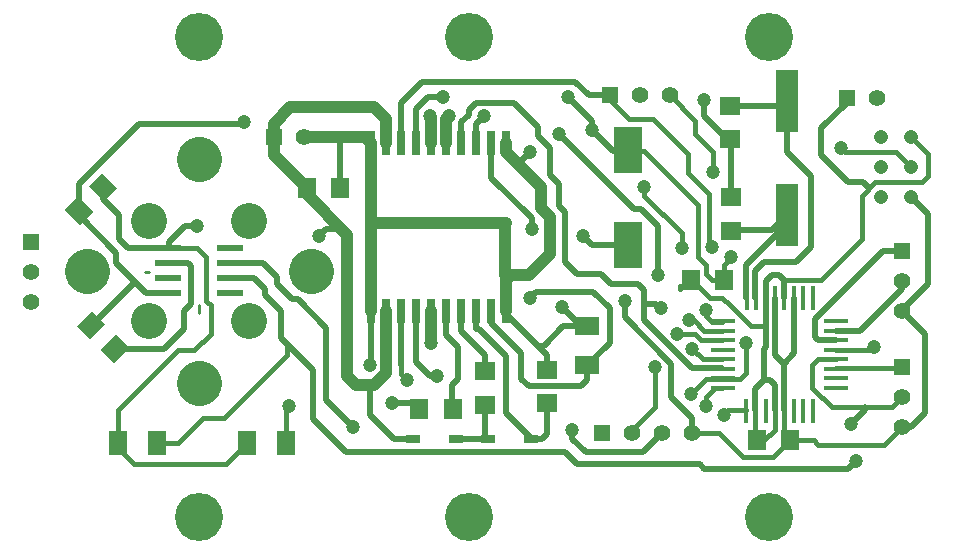
<source format=gtl>
G04 ( created by brdgerber.py ( brdgerber.py v0.1 2014-03-12 ) ) date 2021-04-12 03:42:30 EDT*
G04 Gerber Fmt 3.4, Leading zero omitted, Abs format*
%MOIN*%
%FSLAX34Y34*%
G01*
G70*
G90*
G04 APERTURE LIST*
%ADD29C,0.0059*%
%ADD14C,0.0080*%
%ADD23C,0.0020*%
%ADD15C,0.0060*%
%ADD21R,0.0629X0.0709*%
%ADD25R,0.0472X0.0275*%
%ADD38C,0.1200*%
%ADD28C,0.0000*%
%ADD24C,0.0160*%
%ADD26C,0.0012*%
%ADD31C,0.0047*%
%ADD17R,0.0550X0.0550*%
%ADD12R,0.0866X0.0236*%
%ADD16C,0.0100*%
%ADD35R,0.0800X0.0600*%
%ADD30R,0.0945X0.1575*%
%ADD39R,0.0600X0.0800*%
%ADD13C,0.0050*%
%ADD20C,0.0472*%
%ADD18C,0.0550*%
%ADD22R,0.0260X0.0800*%
%ADD34C,0.1500*%
%ADD27R,0.0709X0.0629*%
%ADD37R,0.0760X0.2100*%
%ADD41C,0.0150*%
%ADD32R,0.0177X0.0787*%
%ADD19C,0.0120*%
%ADD11C,0.0200*%
%ADD10C,0.0400*%
%ADD36C,0.0471*%
%ADD40C,0.1600*%
%ADD33R,0.0787X0.0177*%
G04 APERTURE END LIST*
G54D29*
D10*
G01X13400Y21300D02*
G01X13700Y21000D01*
D11*
G01X15700Y16800D02*
G01X14950Y16050D01*
D11*
G01X15150Y18500D02*
G01X15700Y17950D01*
D11*
G01X14150Y17350D02*
G01X14950Y17350D01*
D11*
G01X04200Y18600D02*
G01X04200Y18400D01*
D11*
G01X14950Y16050D02*
G01X14950Y15550D01*
D11*
G01X13250Y18500D02*
G01X15150Y18500D01*
D12*
X00977Y19450D03*
D12*
X03023Y19450D03*
D12*
X00977Y19950D03*
D12*
X00977Y18950D03*
D12*
X00977Y18450D03*
D12*
X03023Y19950D03*
D12*
X03023Y18950D03*
D12*
X03023Y18450D03*
D11*
G01X13300Y16700D02*
G01X13500Y16700D01*
G36*
G01X-02024Y21678D02*
G01X-02468Y21233D01*
G01X-01967Y20732D01*
G01X-01522Y21176D01*
G01X-02024Y21678D01*
G37*
G36*
G01X-01233Y22468D02*
G01X-01678Y22024D01*
G01X-01176Y21522D01*
G01X-00732Y21967D01*
G01X-01233Y22468D01*
G37*
D11*
G01X12750Y16450D02*
G01X12750Y15600D01*
D11*
G01X21100Y19050D02*
G01X20900Y18850D01*
D16*
G01X02000Y17800D02*
G01X02000Y18050D01*
D16*
G01X00200Y19150D02*
G01X00350Y19150D01*
D11*
G01X20850Y15550D02*
G01X20550Y15250D01*
D17*
X23600Y24950D03*
D18*
X24600Y24950D03*
D11*
G01X-00750Y19450D02*
G01X00250Y18450D01*
D20*
X13100Y20600D03*
D10*
G01X09750Y24300D02*
G01X09750Y23450D01*
D11*
G01X11750Y22300D02*
G01X13100Y20950D01*
D10*
G01X12200Y19050D02*
G01X12300Y18950D01*
D20*
X09700Y24350D03*
D10*
G01X12200Y20800D02*
G01X12200Y19050D01*
D11*
G01X13050Y18300D02*
G01X13250Y18500D01*
D11*
G01X14750Y15350D02*
G01X14150Y15350D01*
D17*
X15450Y13800D03*
D18*
X16450Y13800D03*
D18*
X17450Y13800D03*
D18*
X18450Y13800D03*
D11*
G01X21200Y15400D02*
G01X21050Y15550D01*
D11*
G01X21500Y18300D02*
G01X21500Y18900D01*
D11*
G01X21050Y15550D02*
G01X20850Y15550D01*
D11*
G01X20550Y15250D02*
G01X20550Y14550D01*
G36*
G01X-01122Y17424D02*
G01X-01567Y17868D01*
G01X-02068Y17367D01*
G01X-01624Y16922D01*
G01X-01122Y17424D01*
G37*
G36*
G01X-00332Y16633D02*
G01X-00776Y17078D01*
G01X-01278Y16576D01*
G01X-00833Y16132D01*
G01X-00332Y16633D01*
G37*
D11*
G01X14950Y15550D02*
G01X14750Y15350D01*
D11*
G01X13100Y13600D02*
G01X13450Y13600D01*
D11*
G01X12250Y16350D02*
G01X12250Y14450D01*
D11*
G01X07700Y18800D02*
G01X07750Y18850D01*
D20*
X07700Y16050D03*
D11*
G01X09250Y17850D02*
G01X09250Y16450D01*
D11*
G01X13500Y16700D02*
G01X14150Y17350D01*
D11*
G01X-00750Y19800D02*
G01X-00750Y19450D01*
D10*
G01X09700Y24350D02*
G01X09750Y24300D01*
D11*
G01X12250Y17750D02*
G01X13600Y16400D01*
D11*
G01X13450Y13600D02*
G01X13600Y13750D01*
D11*
G01X15700Y16800D02*
G01X15700Y17950D01*
D11*
G01X11250Y17250D02*
G01X11350Y17250D01*
D11*
G01X09450Y25500D02*
G01X08750Y24800D01*
D21*
X19509Y18900D03*
D21*
X18391Y18900D03*
D11*
G01X08750Y17850D02*
G01X08750Y16050D01*
D11*
G01X13600Y13750D02*
G01X13600Y14800D01*
D11*
G01X11750Y17850D02*
G01X11750Y17450D01*
D11*
G01X11750Y17450D02*
G01X12750Y16450D01*
D17*
X25450Y16000D03*
D18*
X25450Y15000D03*
D18*
X25450Y14000D03*
D11*
G01X11750Y23450D02*
G01X11750Y22300D01*
D11*
G01X13100Y20950D02*
G01X13100Y20600D01*
D11*
G01X21350Y19050D02*
G01X21100Y19050D01*
D17*
X15700Y25050D03*
D18*
X16700Y25050D03*
D18*
X17700Y25050D03*
D11*
G01X21500Y18900D02*
G01X21350Y19050D01*
D22*
X12250Y23450D03*
D22*
X11750Y23450D03*
D22*
X11250Y23450D03*
D22*
X10750Y23450D03*
D22*
X10250Y23450D03*
D22*
X09750Y23450D03*
D22*
X09250Y23450D03*
D22*
X08750Y23450D03*
D22*
X08750Y17850D03*
D22*
X09250Y17850D03*
D22*
X09750Y17850D03*
D22*
X10250Y17850D03*
D22*
X10750Y17850D03*
D22*
X11250Y17850D03*
D22*
X11750Y17850D03*
D22*
X12250Y17850D03*
D22*
X08250Y23450D03*
D22*
X07750Y23450D03*
D22*
X08250Y17850D03*
D22*
X07750Y17850D03*
D21*
X09341Y14600D03*
D21*
X10459Y14600D03*
D25*
X13078Y13600D03*
D25*
X11622Y13600D03*
D11*
G01X08750Y24800D02*
G01X08750Y23450D01*
D17*
X04500Y23650D03*
D18*
X05500Y23650D03*
D27*
X11550Y15859D03*
D27*
X11550Y14741D03*
D27*
X13601Y15909D03*
D27*
X13601Y14791D03*
D21*
X06709Y21950D03*
D21*
X05591Y21950D03*
D17*
X-03600Y20150D03*
D18*
X-03600Y19150D03*
D18*
X-03600Y18150D03*
D25*
X10578Y13600D03*
D25*
X09122Y13600D03*
D11*
G01X14550Y25500D02*
G01X09450Y25500D01*
D20*
X13050Y18300D03*
D11*
G01X20900Y18850D02*
G01X20900Y18300D01*
D11*
G01X13600Y16400D02*
G01X13600Y15900D01*
D10*
G01X09750Y17850D02*
G01X09750Y16800D01*
D11*
G01X-02000Y21050D02*
G01X-00750Y19800D01*
D30*
X16300Y20075D03*
D30*
X16300Y23225D03*
D20*
X09750Y16800D03*
D11*
G01X15700Y25050D02*
G01X15000Y25050D01*
D11*
G01X11250Y23450D02*
G01X11250Y24100D01*
D10*
G01X13000Y19050D02*
G01X12400Y19050D01*
D11*
G01X11350Y17250D02*
G01X12250Y16350D01*
D32*
X20257Y18296D03*
D32*
X20572Y18296D03*
D32*
X20887Y18296D03*
D32*
X21202Y18296D03*
D32*
X21517Y18296D03*
D32*
X21832Y18296D03*
D32*
X22147Y18296D03*
D32*
X22462Y18296D03*
D32*
X22460Y14530D03*
D32*
X20250Y14530D03*
D32*
X20570Y14530D03*
D32*
X20890Y14530D03*
D32*
X21200Y14530D03*
D32*
X21520Y14530D03*
D32*
X21830Y14530D03*
D32*
X22150Y14530D03*
D33*
X23250Y17512D03*
D33*
X23250Y17198D03*
D33*
X23250Y16882D03*
D33*
X23250Y16568D03*
D33*
X23250Y16252D03*
D33*
X23250Y15938D03*
D33*
X23250Y15622D03*
D33*
X23250Y15308D03*
D33*
X19470Y17510D03*
D33*
X19470Y17200D03*
D33*
X19470Y16880D03*
D33*
X19470Y16570D03*
D33*
X19470Y16260D03*
D33*
X19470Y15940D03*
D33*
X19470Y15620D03*
D33*
X19470Y15300D03*
D11*
G01X-01550Y17400D02*
G01X-01600Y17400D01*
D11*
G01X04200Y18400D02*
G01X04750Y17850D01*
D11*
G01X10600Y13600D02*
G01X11600Y13600D01*
D11*
G01X11550Y14750D02*
G01X11550Y13650D01*
D11*
G01X11550Y13650D02*
G01X11600Y13600D01*
D10*
G01X13700Y19750D02*
G01X13000Y19050D01*
D11*
G01X10750Y17850D02*
G01X10750Y17200D01*
D11*
G01X10750Y17200D02*
G01X11550Y16400D01*
D11*
G01X11550Y16400D02*
G01X11550Y15850D01*
D11*
G01X11250Y17850D02*
G01X11250Y17250D01*
D10*
G01X12250Y18900D02*
G01X12250Y17850D01*
D10*
G01X12400Y19050D02*
G01X12250Y18900D01*
D11*
G01X12250Y14450D02*
G01X13100Y13600D01*
D20*
X08450Y14800D03*
D11*
G01X08450Y14800D02*
G01X09150Y14800D01*
D10*
G01X04500Y23050D02*
G01X05600Y21950D01*
D11*
G01X09150Y14800D02*
G01X09350Y14600D01*
D11*
G01X14150Y15350D02*
G01X13000Y15350D01*
D11*
G01X10450Y14600D02*
G01X10450Y15400D01*
D11*
G01X10450Y15400D02*
G01X10650Y15600D01*
D11*
G01X10650Y15600D02*
G01X10650Y16650D01*
D11*
G01X10650Y16650D02*
G01X10250Y17050D01*
D11*
G01X10250Y17050D02*
G01X10250Y17850D01*
D17*
X25450Y19850D03*
D18*
X25450Y18850D03*
D18*
X25450Y17850D03*
D21*
X21709Y13550D03*
D21*
X20591Y13550D03*
D10*
G01X07750Y20800D02*
G01X12250Y20800D01*
D10*
G01X07750Y17850D02*
G01X07750Y23450D01*
D11*
G01X21200Y14550D02*
G01X21200Y15400D01*
D11*
G01X20850Y16600D02*
G01X20850Y15550D01*
D11*
G01X21200Y16400D02*
G01X21500Y16100D01*
D11*
G01X21200Y18300D02*
G01X21200Y16400D01*
D10*
G01X07550Y23650D02*
G01X07750Y23450D01*
D10*
G01X05500Y23650D02*
G01X07550Y23650D01*
D34*
G01X05740Y19200D02*
G01X05740Y19200D01*
D34*
G01X02000Y22940D02*
G01X02000Y22940D01*
D34*
G01X-01740Y19200D02*
G01X-01740Y19200D01*
D34*
G01X02000Y15460D02*
G01X02000Y15460D01*
D11*
G01X07750Y17850D02*
G01X07750Y16100D01*
D11*
G01X08500Y13600D02*
G01X09100Y13600D01*
D11*
G01X07700Y14400D02*
G01X08500Y13600D01*
D11*
G01X12250Y17850D02*
G01X12250Y17750D01*
D10*
G01X13400Y22000D02*
G01X13400Y21300D01*
D10*
G01X12250Y23450D02*
G01X12250Y23150D01*
D10*
G01X12250Y23150D02*
G01X13400Y22000D01*
D11*
G01X07750Y16100D02*
G01X07700Y16050D01*
D11*
G01X07700Y14850D02*
G01X07700Y14400D01*
D35*
X14950Y16050D03*
D35*
X14950Y17350D03*
D10*
G01X13700Y21000D02*
G01X13700Y19750D01*
D11*
G01X-00150Y18850D02*
G01X-00150Y18800D01*
D11*
G01X12750Y15600D02*
G01X13000Y15350D01*
D11*
G01X15000Y25050D02*
G01X14550Y25500D01*
D11*
G01X20900Y16650D02*
G01X20850Y16600D01*
D11*
G01X20900Y18300D02*
G01X20900Y16650D01*
D27*
X19700Y23591D03*
D27*
X19700Y24709D03*
D11*
G01X21500Y16100D02*
G01X21500Y14550D01*
D11*
G01X21850Y16450D02*
G01X21500Y16100D01*
D11*
G01X21850Y18300D02*
G01X21850Y16450D01*
D36*
G01X24750Y23650D02*
G01X24750Y23650D01*
D36*
G01X25750Y23650D02*
G01X25750Y23650D01*
D36*
G01X24750Y22650D02*
G01X24750Y22650D01*
D36*
G01X25750Y22650D02*
G01X25750Y22650D01*
D36*
G01X24750Y21650D02*
G01X24750Y21650D01*
D36*
G01X25750Y21650D02*
G01X25750Y21650D01*
D11*
G01X-02000Y21200D02*
G01X-02000Y21050D01*
D27*
X19750Y21659D03*
D27*
X19750Y20541D03*
D37*
X21600Y24850D03*
D37*
X21600Y21050D03*
D11*
G01X11250Y24100D02*
G01X11500Y24350D01*
D20*
X11500Y24350D03*
D11*
G01X00250Y18450D02*
G01X01000Y18450D01*
D11*
G01X-00800Y16600D02*
G01X00850Y16600D01*
D11*
G01X00850Y16600D02*
G01X01500Y17250D01*
D11*
G01X01500Y17250D02*
G01X01500Y17850D01*
D11*
G01X01500Y17850D02*
G01X01750Y18100D01*
D11*
G01X01750Y18100D02*
G01X01750Y19350D01*
D11*
G01X01750Y19350D02*
G01X01650Y19450D01*
D11*
G01X01650Y19450D02*
G01X01000Y19450D01*
D38*
G01X00330Y17530D02*
G01X00330Y17530D01*
D38*
G01X03670Y17530D02*
G01X03670Y17530D01*
D38*
G01X03670Y20870D02*
G01X03670Y20870D01*
D38*
G01X00330Y20870D02*
G01X00330Y20870D01*
D11*
G01X03000Y19450D02*
G01X04150Y19450D01*
D11*
G01X04150Y19450D02*
G01X04600Y19000D01*
D11*
G01X04600Y19000D02*
G01X04600Y18750D01*
D11*
G01X04600Y18750D02*
G01X05100Y18250D01*
D11*
G01X-00150Y18800D02*
G01X-01550Y17400D01*
D11*
G01X03000Y18950D02*
G01X03850Y18950D01*
D11*
G01X03850Y18950D02*
G01X04200Y18600D01*
D11*
G01X19700Y24700D02*
G01X21450Y24700D01*
D11*
G01X21450Y24700D02*
G01X21600Y24850D01*
D11*
G01X19750Y21650D02*
G01X19750Y23550D01*
D11*
G01X19750Y23550D02*
G01X19700Y23600D01*
D11*
G01X20550Y19200D02*
G01X20550Y18300D01*
D11*
G01X20850Y19500D02*
G01X20550Y19200D01*
D11*
G01X21600Y24850D02*
G01X21600Y23150D01*
D11*
G01X21600Y23150D02*
G01X22400Y22350D01*
D11*
G01X22400Y22350D02*
G01X22400Y20000D01*
D11*
G01X22400Y20000D02*
G01X21900Y19500D01*
D11*
G01X21900Y19500D02*
G01X20850Y19500D01*
D11*
G01X20250Y18300D02*
G01X20250Y19400D01*
D11*
G01X20250Y19400D02*
G01X21600Y20750D01*
D11*
G01X21600Y20750D02*
G01X21600Y21050D01*
D11*
G01X19750Y20550D02*
G01X21100Y20550D01*
D11*
G01X21100Y20550D02*
G01X21600Y21050D01*
D20*
X19500Y14400D03*
D24*
G01X-00700Y14550D02*
G01X-00700Y13450D01*
D24*
G01X02400Y17100D02*
G01X01850Y16550D01*
D24*
G01X01850Y16550D02*
G01X01300Y16550D01*
D24*
G01X01300Y16550D02*
G01X-00700Y14550D01*
D39*
X-00700Y13450D03*
D39*
X00600Y13450D03*
D39*
X03600Y13450D03*
D39*
X04900Y13450D03*
D11*
G01X26300Y21100D02*
G01X25750Y21650D01*
D11*
G01X23250Y16900D02*
G01X22650Y16900D01*
D11*
G01X22650Y16900D02*
G01X22550Y17000D01*
D11*
G01X22550Y17000D02*
G01X22550Y17600D01*
D11*
G01X22550Y17600D02*
G01X24800Y19850D01*
D40*
X02000Y11000D03*
D11*
G01X23250Y17200D02*
G01X24050Y17200D01*
D40*
X11000Y11000D03*
D24*
G01X23250Y16250D02*
G01X22650Y16250D01*
D24*
G01X22650Y16250D02*
G01X22450Y16050D01*
D24*
G01X22450Y16050D02*
G01X22450Y15300D01*
D24*
G01X22450Y15300D02*
G01X23100Y14650D01*
D24*
G01X23100Y14650D02*
G01X25100Y14650D01*
D24*
G01X25100Y14650D02*
G01X25450Y15000D01*
D24*
G01X23250Y15950D02*
G01X25400Y15950D01*
D24*
G01X25400Y15950D02*
G01X25450Y16000D01*
D24*
G01X23250Y16550D02*
G01X24400Y16550D01*
D24*
G01X24400Y16550D02*
G01X24500Y16650D01*
D20*
X24500Y16650D03*
D24*
G01X21500Y18900D02*
G01X22750Y18900D01*
D24*
G01X22750Y18900D02*
G01X24100Y20250D01*
D24*
G01X24100Y20250D02*
G01X24100Y21700D01*
D24*
G01X24100Y21700D02*
G01X24550Y22150D01*
D24*
G01X24550Y22150D02*
G01X25100Y22150D01*
D24*
G01X26300Y23100D02*
G01X25750Y23650D01*
D24*
G01X20250Y14550D02*
G01X19650Y14550D01*
D24*
G01X19650Y14550D02*
G01X19500Y14400D01*
D11*
G01X23600Y24800D02*
G01X22750Y23950D01*
D11*
G01X23600Y24950D02*
G01X23600Y24800D01*
D11*
G01X22750Y23950D02*
G01X22750Y23050D01*
D24*
G01X24850Y13400D02*
G01X25450Y14000D01*
D11*
G01X18450Y15950D02*
G01X19450Y15950D01*
D11*
G01X16850Y17550D02*
G01X18450Y15950D01*
D11*
G01X16850Y18550D02*
G01X16850Y17550D01*
D11*
G01X16650Y18750D02*
G01X16850Y18550D01*
D10*
G01X10250Y23450D02*
G01X10250Y24250D01*
D10*
G01X10250Y24250D02*
G01X10350Y24350D01*
D20*
X10350Y24350D03*
D11*
G01X-01200Y22000D02*
G01X-01200Y21600D01*
D11*
G01X-01200Y21600D02*
G01X-00650Y21050D01*
D11*
G01X-00650Y21050D02*
G01X-00650Y20250D01*
D11*
G01X-00650Y20250D02*
G01X-00350Y19950D01*
D11*
G01X-00350Y19950D02*
G01X01000Y19950D01*
D10*
G01X08250Y23450D02*
G01X08250Y24250D01*
D10*
G01X08250Y24250D02*
G01X07850Y24650D01*
D10*
G01X07850Y24650D02*
G01X05050Y24650D01*
D10*
G01X05050Y24650D02*
G01X04500Y24100D01*
D10*
G01X04500Y24100D02*
G01X04500Y23650D01*
D10*
G01X04500Y23650D02*
G01X04500Y23050D01*
D10*
G01X08250Y17850D02*
G01X08250Y15800D01*
D10*
G01X08250Y15800D02*
G01X07850Y15400D01*
D10*
G01X07850Y15400D02*
G01X07250Y15400D01*
D10*
G01X07250Y15400D02*
G01X06950Y15700D01*
D10*
G01X06950Y15700D02*
G01X06950Y20400D01*
D10*
G01X06950Y20400D02*
G01X05600Y21750D01*
D10*
G01X05600Y21750D02*
G01X05600Y21950D01*
D11*
G01X06700Y21950D02*
G01X06700Y23650D01*
D11*
G01X07700Y14850D02*
G01X07700Y15250D01*
D11*
G01X07700Y15250D02*
G01X07550Y15400D01*
D11*
G01X01000Y19950D02*
G01X01000Y20150D01*
D11*
G01X01000Y20150D02*
G01X01550Y20700D01*
D11*
G01X01550Y20700D02*
G01X01950Y20700D01*
D20*
X01950Y20700D03*
D24*
G01X02250Y18200D02*
G01X02400Y18050D01*
D11*
G01X-02000Y21200D02*
G01X-02000Y22100D01*
D11*
G01X-02000Y22100D02*
G01X00000Y24100D01*
D11*
G01X00000Y24100D02*
G01X03450Y24100D01*
D11*
G01X03450Y24100D02*
G01X03500Y24150D01*
D20*
X03500Y24150D03*
D11*
G01X14950Y17350D02*
G01X14750Y17350D01*
D11*
G01X14750Y17350D02*
G01X14100Y18000D01*
D20*
X14100Y18000D03*
D20*
X16200Y18200D03*
D11*
G01X16200Y18200D02*
G01X16200Y17650D01*
D11*
G01X16200Y17650D02*
G01X17750Y16100D01*
D11*
G01X17750Y16100D02*
G01X17750Y15000D01*
D11*
G01X17750Y15000D02*
G01X18450Y14300D01*
D11*
G01X18450Y14300D02*
G01X18450Y13800D01*
D11*
G01X10750Y23450D02*
G01X10750Y24150D01*
D11*
G01X10750Y24150D02*
G01X11000Y24400D01*
D11*
G01X11000Y24400D02*
G01X11000Y24550D01*
D11*
G01X11000Y24550D02*
G01X11250Y24800D01*
D11*
G01X11250Y24800D02*
G01X11850Y24800D01*
D11*
G01X15100Y20050D02*
G01X16300Y20050D01*
D11*
G01X13700Y22950D02*
G01X13700Y22400D01*
D11*
G01X13700Y22400D02*
G01X14000Y22100D01*
D11*
G01X14000Y22100D02*
G01X14000Y21350D01*
D11*
G01X14000Y21350D02*
G01X14200Y21150D01*
D11*
G01X14200Y21150D02*
G01X14200Y19500D01*
D11*
G01X14200Y19500D02*
G01X14600Y19100D01*
D11*
G01X14600Y19100D02*
G01X15400Y19100D01*
D11*
G01X15400Y19100D02*
G01X15750Y18750D01*
D11*
G01X15750Y18750D02*
G01X16650Y18750D01*
D24*
G01X19450Y15300D02*
G01X19200Y15300D01*
D24*
G01X19200Y15300D02*
G01X18900Y15000D01*
D24*
G01X18900Y15000D02*
G01X18900Y14700D01*
D20*
X18900Y14700D03*
D24*
G01X19450Y15600D02*
G01X18900Y15600D01*
D24*
G01X18900Y15600D02*
G01X18400Y15100D01*
D20*
X18400Y15100D03*
D11*
G01X16850Y18100D02*
G01X17250Y18100D01*
D11*
G01X17250Y18100D02*
G01X17400Y17950D01*
D20*
X17400Y17950D03*
D11*
G01X13700Y23300D02*
G01X13700Y22950D01*
D11*
G01X13300Y23700D02*
G01X13700Y23300D01*
D11*
G01X09250Y23450D02*
G01X09250Y24600D01*
D11*
G01X09250Y24600D02*
G01X09650Y25000D01*
D11*
G01X09650Y25000D02*
G01X10150Y25000D01*
D20*
X10150Y25000D03*
D20*
X14000Y23750D03*
D11*
G01X14000Y23750D02*
G01X16500Y21250D01*
D11*
G01X16500Y21250D02*
G01X16750Y21250D01*
D11*
G01X16750Y21250D02*
G01X17300Y20700D01*
D11*
G01X17300Y20700D02*
G01X17300Y19050D01*
D20*
X17300Y19050D03*
D20*
X14450Y13900D03*
D11*
G01X16800Y13150D02*
G01X17450Y13800D01*
D11*
G01X14900Y13150D02*
G01X16800Y13150D01*
D11*
G01X14450Y13600D02*
G01X14900Y13150D01*
D11*
G01X14450Y13900D02*
G01X14450Y13600D01*
D11*
G01X09250Y16450D02*
G01X09250Y16150D01*
D11*
G01X09250Y16150D02*
G01X09700Y15700D01*
D11*
G01X09700Y15700D02*
G01X09950Y15700D01*
D20*
X09950Y15700D03*
D11*
G01X05100Y18250D02*
G01X05300Y18250D01*
D11*
G01X05300Y18250D02*
G01X06250Y17300D01*
D11*
G01X06250Y17300D02*
G01X06250Y14900D01*
D11*
G01X06250Y14900D02*
G01X07150Y14000D01*
D20*
X07150Y14000D03*
D20*
X23750Y14100D03*
D11*
G01X23750Y14100D02*
G01X24200Y14550D01*
D11*
G01X24200Y14550D02*
G01X24200Y14650D01*
D11*
G01X04750Y17850D02*
G01X04750Y16950D01*
D11*
G01X04750Y16950D02*
G01X05800Y15900D01*
D11*
G01X05800Y15900D02*
G01X05800Y14250D01*
D11*
G01X05800Y14250D02*
G01X06900Y13150D01*
D11*
G01X06900Y13150D02*
G01X14200Y13150D01*
D11*
G01X14200Y13150D02*
G01X14600Y12750D01*
D11*
G01X14600Y12750D02*
G01X17250Y12750D01*
D11*
G01X22750Y23050D02*
G01X23650Y22150D01*
D11*
G01X24150Y22150D02*
G01X24350Y21950D01*
D11*
G01X23650Y22150D02*
G01X24150Y22150D01*
D11*
G01X20150Y12600D02*
G01X23650Y12600D01*
D11*
G01X23650Y12600D02*
G01X23900Y12850D01*
D20*
X23900Y12850D03*
D11*
G01X06750Y20600D02*
G01X06250Y20600D01*
D11*
G01X06250Y20600D02*
G01X06000Y20350D01*
D20*
X06000Y20350D03*
D20*
X14800Y20350D03*
D11*
G01X14800Y20350D02*
G01X15100Y20050D01*
D11*
G01X12750Y22650D02*
G01X12750Y22850D01*
D11*
G01X12750Y22850D02*
G01X13050Y23150D01*
D20*
X13050Y23150D03*
D20*
X15100Y23900D03*
D11*
G01X15100Y23900D02*
G01X15800Y23200D01*
D11*
G01X15800Y23200D02*
G01X16300Y23200D01*
D11*
G01X11850Y24800D02*
G01X12500Y24800D01*
D11*
G01X12500Y24800D02*
G01X13300Y24000D01*
D11*
G01X13300Y24000D02*
G01X13300Y23700D01*
D24*
G01X16450Y13800D02*
G01X16450Y13900D01*
D24*
G01X16450Y13900D02*
G01X17200Y14650D01*
D24*
G01X17200Y14650D02*
G01X17200Y16000D01*
D20*
X17200Y16000D03*
D24*
G01X19450Y16250D02*
G01X18800Y16250D01*
D24*
G01X18800Y16250D02*
G01X18450Y16600D01*
D20*
X18450Y16600D03*
D24*
G01X08750Y16050D02*
G01X08750Y15750D01*
D24*
G01X08750Y15750D02*
G01X08950Y15550D01*
D20*
X08950Y15550D03*
D24*
G01X19150Y23150D02*
G01X18550Y23750D01*
D24*
G01X20400Y17350D02*
G01X20900Y17350D01*
D24*
G01X19700Y18050D02*
G01X20400Y17350D01*
D24*
G01X19450Y18300D02*
G01X19700Y18050D01*
D24*
G01X19050Y18300D02*
G01X19450Y18300D01*
D24*
G01X18050Y18700D02*
G01X18050Y18600D01*
D20*
X17950Y17100D03*
D24*
G01X16300Y23200D02*
G01X16850Y23200D01*
D24*
G01X16850Y23200D02*
G01X18650Y21400D01*
D20*
X18900Y17900D03*
D24*
G01X18550Y24200D02*
G01X17700Y25050D01*
D24*
G01X18550Y23750D02*
G01X18550Y24200D01*
D20*
X19150Y22500D03*
D24*
G01X19150Y22500D02*
G01X19150Y23150D01*
D24*
G01X19450Y16900D02*
G01X18750Y16900D01*
D24*
G01X18750Y16900D02*
G01X18550Y17100D01*
D24*
G01X18550Y17100D02*
G01X17950Y17100D01*
D24*
G01X19450Y17200D02*
G01X18850Y17200D01*
D24*
G01X18850Y17200D02*
G01X18500Y17550D01*
D24*
G01X18500Y17550D02*
G01X18350Y17550D01*
D20*
X18350Y17550D03*
D20*
X18100Y19950D03*
D24*
G01X18100Y19950D02*
G01X18100Y20450D01*
D24*
G01X18100Y20450D02*
G01X16850Y21700D01*
D24*
G01X16850Y21700D02*
G01X16850Y22000D01*
D20*
X16850Y22000D03*
D24*
G01X15700Y25050D02*
G01X15700Y24900D01*
D24*
G01X15700Y24900D02*
G01X16350Y24250D01*
D24*
G01X16350Y24250D02*
G01X17150Y24250D01*
D24*
G01X17150Y24250D02*
G01X18300Y23100D01*
D24*
G01X18300Y23100D02*
G01X18300Y22450D01*
D24*
G01X18300Y22450D02*
G01X19000Y21750D01*
D24*
G01X18450Y18900D02*
G01X19050Y18300D01*
D24*
G01X18400Y18900D02*
G01X18450Y18900D01*
D24*
G01X19450Y17500D02*
G01X19100Y17500D01*
D24*
G01X19100Y17500D02*
G01X18900Y17700D01*
D24*
G01X18900Y17700D02*
G01X18900Y17900D01*
D24*
G01X19500Y18900D02*
G01X19100Y18900D01*
D24*
G01X19100Y18900D02*
G01X18900Y19100D01*
D24*
G01X18900Y19100D02*
G01X18900Y19400D01*
D24*
G01X18900Y19400D02*
G01X18650Y19650D01*
D24*
G01X18650Y19650D02*
G01X18650Y21400D01*
D24*
G01X19000Y21750D02*
G01X19000Y20100D01*
D24*
G01X19000Y20100D02*
G01X19100Y20000D01*
D20*
X19100Y20000D03*
D24*
G01X19500Y18900D02*
G01X19500Y19400D01*
D24*
G01X19500Y19400D02*
G01X19750Y19650D01*
D20*
X19750Y19650D03*
D24*
G01X02400Y18050D02*
G01X02400Y17100D01*
D11*
G01X19700Y23600D02*
G01X19600Y23600D01*
D11*
G01X19600Y23600D02*
G01X18850Y24350D01*
D11*
G01X18850Y24350D02*
G01X18850Y24900D01*
D20*
X18850Y24900D03*
D20*
X14300Y25000D03*
D11*
G01X14300Y25000D02*
G01X15100Y24200D01*
D11*
G01X15100Y24200D02*
G01X15100Y23900D01*
D24*
G01X19450Y15600D02*
G01X20050Y15600D01*
D24*
G01X20050Y15600D02*
G01X20250Y15800D01*
D24*
G01X20250Y15800D02*
G01X20250Y16800D01*
D20*
X20250Y16800D03*
D24*
G01X25100Y22150D02*
G01X26100Y22150D01*
D24*
G01X26100Y22150D02*
G01X26300Y22350D01*
D24*
G01X26300Y22350D02*
G01X26300Y23100D01*
D20*
X23400Y23300D03*
D24*
G01X23400Y23300D02*
G01X23550Y23150D01*
D24*
G01X23550Y23150D02*
G01X25250Y23150D01*
D24*
G01X25250Y23150D02*
G01X25750Y22650D01*
D11*
G01X24800Y19850D02*
G01X25450Y19850D01*
D11*
G01X25450Y18600D02*
G01X25450Y18850D01*
D11*
G01X24050Y17200D02*
G01X25450Y18600D01*
D11*
G01X25450Y17850D02*
G01X25450Y17900D01*
D11*
G01X25450Y14000D02*
G01X25750Y14000D01*
D11*
G01X25750Y14000D02*
G01X26200Y14450D01*
D11*
G01X26200Y14450D02*
G01X26200Y17100D01*
D11*
G01X26200Y17100D02*
G01X25450Y17850D01*
D11*
G01X25450Y17900D02*
G01X26300Y18750D01*
D11*
G01X26300Y18750D02*
G01X26300Y21100D01*
D24*
G01X00600Y13450D02*
G01X01300Y13450D01*
D24*
G01X01300Y13450D02*
G01X02150Y14300D01*
D24*
G01X02150Y14300D02*
G01X02850Y14300D01*
D24*
G01X02850Y14300D02*
G01X04950Y16400D01*
D24*
G01X04950Y16400D02*
G01X04950Y16750D01*
D24*
G01X04900Y13450D02*
G01X04900Y14600D01*
D24*
G01X04900Y14600D02*
G01X05000Y14700D01*
D20*
X05000Y14700D03*
D24*
G01X-00700Y13450D02*
G01X-00700Y13300D01*
D24*
G01X-00700Y13300D02*
G01X-00150Y12750D01*
D24*
G01X-00150Y12750D02*
G01X02900Y12750D01*
D24*
G01X02900Y12750D02*
G01X03600Y13450D01*
D24*
G01X01000Y19950D02*
G01X01950Y19950D01*
D24*
G01X01950Y19950D02*
G01X02250Y19650D01*
D24*
G01X02250Y19650D02*
G01X02250Y18200D01*
D24*
G01X18450Y13800D02*
G01X19350Y13800D01*
D24*
G01X19350Y13800D02*
G01X20150Y13000D01*
D24*
G01X20150Y13000D02*
G01X21150Y13000D01*
D24*
G01X21150Y13000D02*
G01X21700Y13550D01*
D24*
G01X21500Y14550D02*
G01X21500Y13750D01*
D24*
G01X21500Y13750D02*
G01X21700Y13550D01*
D24*
G01X20550Y14550D02*
G01X20550Y13600D01*
D24*
G01X20550Y13600D02*
G01X20600Y13550D01*
D24*
G01X21200Y14550D02*
G01X21200Y13900D01*
D24*
G01X21200Y13900D02*
G01X20850Y13550D01*
D24*
G01X20850Y13550D02*
G01X20600Y13550D01*
D11*
G01X17250Y12750D02*
G01X18700Y12750D01*
D11*
G01X18700Y12750D02*
G01X18850Y12600D01*
D11*
G01X18850Y12600D02*
G01X20150Y12600D01*
D24*
G01X24850Y13400D02*
G01X22650Y13400D01*
D24*
G01X22650Y13400D02*
G01X22500Y13550D01*
D24*
G01X22500Y13550D02*
G01X21700Y13550D01*
D40*
X02000Y27000D03*
D40*
X21000Y27000D03*
D40*
X11000Y27000D03*
D40*
X21000Y11000D03*
M02*

</source>
